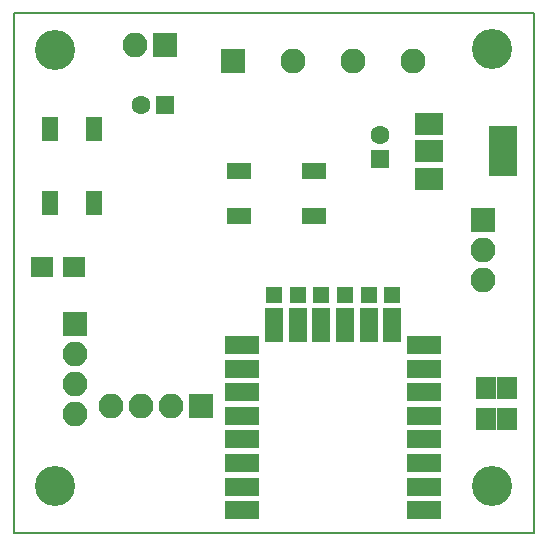
<source format=gbr>
G04 #@! TF.FileFunction,Soldermask,Top*
%FSLAX46Y46*%
G04 Gerber Fmt 4.6, Leading zero omitted, Abs format (unit mm)*
G04 Created by KiCad (PCBNEW 4.0.7) date Sun Jun 24 13:53:47 2018*
%MOMM*%
%LPD*%
G01*
G04 APERTURE LIST*
%ADD10C,0.100000*%
%ADD11C,0.150000*%
%ADD12R,2.900000X1.500000*%
%ADD13R,1.500000X2.900000*%
%ADD14R,1.600000X1.600000*%
%ADD15C,1.600000*%
%ADD16C,3.400000*%
%ADD17R,1.900000X1.700000*%
%ADD18R,1.700000X1.900000*%
%ADD19R,2.100000X1.400000*%
%ADD20R,1.400000X2.100000*%
%ADD21R,2.400000X4.200000*%
%ADD22R,2.400000X1.900000*%
%ADD23R,2.110000X2.110000*%
%ADD24C,2.110000*%
%ADD25R,2.100000X2.100000*%
%ADD26O,2.100000X2.100000*%
%ADD27R,1.400000X1.400000*%
G04 APERTURE END LIST*
D10*
D11*
X109800000Y-113600000D02*
X109800000Y-69600000D01*
X153800000Y-113600000D02*
X109800000Y-113600000D01*
X153800000Y-69600000D02*
X153800000Y-113600000D01*
X109800000Y-69600000D02*
X153800000Y-69600000D01*
D12*
X144530000Y-111670000D03*
X144530000Y-109670000D03*
X144530000Y-107670000D03*
X144530000Y-105670000D03*
X144530000Y-103670000D03*
X144530000Y-101670000D03*
X144530000Y-99670000D03*
X144530000Y-97670000D03*
X129130000Y-97670000D03*
X129130000Y-99670000D03*
X129130000Y-101670000D03*
X129130000Y-103670000D03*
X129130000Y-105670000D03*
X129130000Y-107670000D03*
X129130000Y-109670000D03*
X129130000Y-111670000D03*
D13*
X141840000Y-95970000D03*
X139840000Y-95970000D03*
X137840000Y-95970000D03*
X135840000Y-95970000D03*
X133840000Y-95970000D03*
X131840000Y-95970000D03*
D14*
X140820000Y-81890000D03*
D15*
X140820000Y-79890000D03*
D16*
X113300000Y-109600000D03*
X113300000Y-72700000D03*
X150300000Y-109600000D03*
X150300000Y-72600000D03*
D14*
X122590000Y-77340000D03*
D15*
X120590000Y-77340000D03*
D17*
X114870000Y-91080000D03*
X112170000Y-91080000D03*
D18*
X151584000Y-103976000D03*
X151584000Y-101276000D03*
X149806000Y-101276000D03*
X149806000Y-103976000D03*
D19*
X135176000Y-86746000D03*
X128876000Y-86746000D03*
X135176000Y-82946000D03*
X128876000Y-82946000D03*
D20*
X116620000Y-79380000D03*
X116620000Y-85680000D03*
X112820000Y-79380000D03*
X112820000Y-85680000D03*
D21*
X151220000Y-81290000D03*
D22*
X144920000Y-81290000D03*
X144920000Y-83590000D03*
X144920000Y-78990000D03*
D23*
X128360000Y-73610000D03*
D24*
X133440000Y-73610000D03*
X138520000Y-73610000D03*
X143600000Y-73610000D03*
D25*
X149490000Y-87070000D03*
D26*
X149490000Y-89610000D03*
X149490000Y-92150000D03*
D25*
X122570000Y-72280000D03*
D26*
X120030000Y-72280000D03*
D27*
X141840000Y-93420000D03*
X139840000Y-93420000D03*
X137840000Y-93420000D03*
X135840000Y-93420000D03*
X133840000Y-93420000D03*
X131840000Y-93420000D03*
D25*
X114940000Y-95920000D03*
D26*
X114940000Y-98460000D03*
X114940000Y-101000000D03*
X114940000Y-103540000D03*
D25*
X125676000Y-102880000D03*
D26*
X123136000Y-102880000D03*
X120596000Y-102880000D03*
X118056000Y-102880000D03*
M02*

</source>
